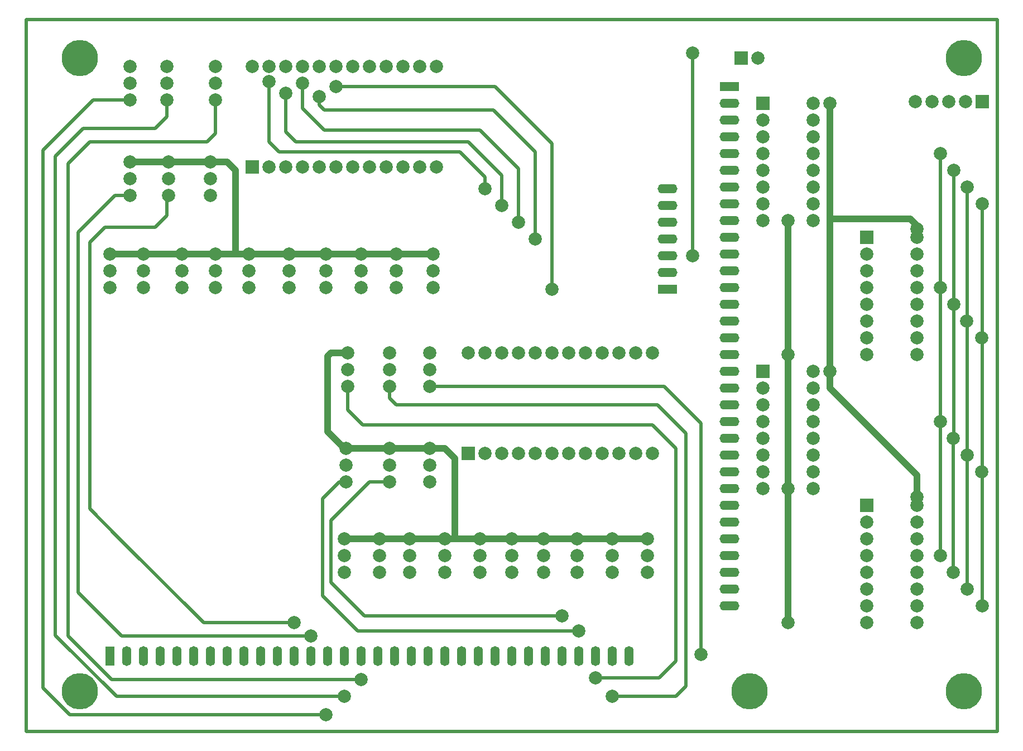
<source format=gtl>
%FSTAX23Y23*%
%MOIN*%
%SFA1B1*%

%IPPOS*%
%ADD10C,0.019690*%
%ADD11C,0.039370*%
%ADD12C,0.216540*%
%ADD13C,0.078740*%
%ADD14R,0.078740X0.078740*%
%ADD15R,0.078740X0.078740*%
%ADD16R,0.118110X0.055120*%
%ADD17O,0.118110X0.055120*%
%ADD18R,0.055120X0.118110*%
%ADD19O,0.055120X0.118110*%
%ADD20C,0.078740*%
%LNqudong-1*%
%LPD*%
G54D10*
X0005Y0005D02*
X0585D01*
Y043*
X0005D02*
X0585D01*
X0005Y0005D02*
Y043D01*
X0031Y0015D02*
X0184D01*
X0015Y0031D02*
X0031Y0015D01*
X0015Y0031D02*
Y0352D01*
X0059Y0026D02*
X0195D01*
X00225Y00625D02*
X0059Y0026D01*
X00225Y00625D02*
Y03485D01*
X0056Y0036D02*
X0205D01*
X003Y0062D02*
X0056Y0036D01*
X003Y0062D02*
Y0344D01*
X0043Y0138D02*
Y0297D01*
Y0138D02*
X00605Y01205D01*
X0111Y007*
X0015Y0352D02*
X0045Y0382D01*
X00225Y03485D02*
X0039Y0365D01*
X003Y0344D02*
X0043Y0357D01*
X05589Y01D02*
Y01809D01*
X0551Y027D02*
Y035D01*
Y011D02*
Y0269D01*
X0279Y0329D02*
Y0336D01*
X0264Y0351D02*
X0279Y0336D01*
X0156Y0351D02*
X0264D01*
X015Y0357D02*
X0156Y0351D01*
X015Y0357D02*
Y0393D01*
X0166Y0357D02*
X0269D01*
X016Y0363D02*
Y0383D01*
Y0363D02*
X0166Y0357D01*
X0269D02*
X0289Y0337D01*
Y0319D02*
Y0337D01*
X0299Y0309D02*
Y0341D01*
X0276Y0364D02*
X0299Y0341D01*
X0183Y0364D02*
X0276D01*
X017Y0377D02*
X0183Y0364D01*
X017Y0377D02*
Y0392D01*
X0309Y0299D02*
Y0351D01*
X0284Y0376D02*
X0309Y0351D01*
X0183Y0376D02*
X0284D01*
X018Y0379D02*
X0183Y0376D01*
X018Y0379D02*
Y0384D01*
X0319Y0269D02*
Y0356D01*
X0285Y039D02*
X0319Y0356D01*
X019Y039D02*
X0285D01*
X0197Y0197D02*
Y0211D01*
Y0197D02*
X0206Y0188D01*
X0379*
X0393Y0174*
Y0047D02*
Y0174D01*
X0383Y0037D02*
X0393Y0047D01*
X0345Y0037D02*
X0383D01*
X0382Y02D02*
X0399Y0183D01*
X0355Y0026D02*
X0393D01*
X0399Y0032*
Y0183*
X0226Y02D02*
X0382D01*
X0222Y0204D02*
X0226Y02D01*
X0222Y0204D02*
Y0211D01*
X0408Y0051D02*
Y0189D01*
X0386Y0211D02*
X0408Y0189D01*
X0246Y0211D02*
X0386D01*
X0045Y0382D02*
X0067D01*
X0089Y0372D02*
Y0382D01*
X0082Y0365D02*
X0089Y0372D01*
X0039Y0365D02*
X0082D01*
X0043Y0357D02*
X0113D01*
X0118Y0362*
Y0382*
X0089Y0323D02*
X009Y0324D01*
X0089Y0313D02*
Y0323D01*
X0082Y0306D02*
X0089Y0313D01*
X0052Y0306D02*
X0082D01*
X0043Y0297D02*
X0052Y0306D01*
X0036Y0303D02*
X0058Y0325D01*
X0036Y0088D02*
X0062Y0062D01*
X0036Y0088D02*
Y0303D01*
X0111Y007D02*
X0165D01*
X0062Y0062D02*
X0175D01*
X0058Y0325D02*
X0067D01*
X0187Y0094D02*
Y0131D01*
Y0094D02*
X0207Y0074D01*
X0182Y0086D02*
X0203Y0065D01*
X0335*
X0182Y0086D02*
Y0144D01*
X0192Y0154*
X0196*
X0187Y0131D02*
X021Y0154D01*
X0207Y0074D02*
X0325D01*
X021Y0154D02*
X0222D01*
X0403Y0289D02*
Y041D01*
X0576Y008D02*
Y032D01*
X0559Y018D02*
Y034D01*
X0567Y009D02*
Y033D01*
G54D11*
X046Y007D02*
Y031D01*
X0195Y0174D02*
X0255D01*
X0187Y0231D02*
X0197D01*
X0185Y0229D02*
X0187Y0231D01*
X0185Y0184D02*
Y0229D01*
Y0184D02*
X0195Y0174D01*
Y012D02*
X0376D01*
X0261Y0121D02*
Y0168D01*
X0255Y0174D02*
X0261Y0168D01*
X0055Y029D02*
X0248D01*
X0067Y0345D02*
X0125D01*
X013Y029D02*
Y034D01*
X0125Y0345D02*
X013Y034D01*
X0537Y0145D02*
Y0158D01*
X0485Y021D02*
X0537Y0158D01*
X0533Y0311D02*
X0537Y0307D01*
Y0305D02*
Y0307D01*
X0485Y0311D02*
X0533D01*
X0485Y021D02*
Y038D01*
G54D12*
X0565Y0029D03*
Y0407D03*
X0437Y0029D03*
X0037D03*
Y0407D03*
G54D13*
X0118Y029D03*
Y027D03*
Y028D03*
X0222Y0221D03*
Y0211D03*
Y0231D03*
X0246Y0164D03*
Y0154D03*
Y0174D03*
X0067Y0335D03*
Y0325D03*
Y0345D03*
X0216Y012D03*
Y01D03*
Y011D03*
X0355Y012D03*
Y01D03*
Y011D03*
X0246Y0231D03*
Y0211D03*
Y0221D03*
X0334Y011D03*
Y01D03*
Y012D03*
X0222Y0174D03*
Y0154D03*
Y0164D03*
X015Y0342D03*
X016D03*
X017D03*
X018D03*
X019D03*
X02D03*
X021D03*
X022D03*
X023D03*
X024D03*
X025D03*
Y0402D03*
X024D03*
X023D03*
X022D03*
X021D03*
X02D03*
X019D03*
X018D03*
X017D03*
X016D03*
X015D03*
X014D03*
X0089Y0392D03*
Y0382D03*
Y0402D03*
X0248Y028D03*
Y027D03*
Y029D03*
X0205Y028D03*
Y027D03*
Y029D03*
X0184D03*
Y027D03*
Y028D03*
X0075D03*
Y027D03*
Y029D03*
X0055Y027D03*
Y029D03*
Y028D03*
X0098Y029D03*
Y027D03*
Y028D03*
X0269Y0231D03*
X0279D03*
X0289D03*
X0299D03*
X0309D03*
X0319D03*
X0329D03*
X0339D03*
X0349D03*
X0359D03*
X0369D03*
X0379D03*
Y0171D03*
X0369D03*
X0359D03*
X0349D03*
X0339D03*
X0329D03*
X0319D03*
X0309D03*
X0299D03*
X0289D03*
X0279D03*
X0195Y011D03*
Y012D03*
Y01D03*
X0115Y0335D03*
Y0345D03*
Y0325D03*
X04752Y038D03*
X04452Y037D03*
Y036D03*
Y035D03*
Y034D03*
Y033D03*
Y032D03*
Y031D03*
X04752D03*
Y032D03*
Y033D03*
Y034D03*
Y035D03*
Y036D03*
Y037D03*
X05072Y029D03*
Y028D03*
Y027D03*
Y026D03*
Y025D03*
Y024D03*
Y023D03*
X05372D03*
Y024D03*
Y025D03*
Y026D03*
Y027D03*
Y028D03*
Y029D03*
Y03D03*
X04452Y021D03*
Y02D03*
Y019D03*
Y018D03*
Y017D03*
Y016D03*
Y015D03*
X04752D03*
Y016D03*
Y017D03*
Y018D03*
Y019D03*
Y02D03*
Y021D03*
Y022D03*
X05072Y013D03*
Y012D03*
Y011D03*
Y01D03*
Y009D03*
Y008D03*
Y007D03*
X05372D03*
Y008D03*
Y009D03*
Y01D03*
Y011D03*
Y012D03*
Y013D03*
Y014D03*
X0138Y029D03*
Y027D03*
Y028D03*
X0162D03*
Y027D03*
Y029D03*
X0226D03*
Y027D03*
Y028D03*
X009Y0345D03*
Y0325D03*
Y0335D03*
X0067Y0402D03*
Y0382D03*
Y0392D03*
X0118Y0402D03*
Y0382D03*
Y0392D03*
X0234Y012D03*
Y01D03*
Y011D03*
X0255D03*
Y01D03*
Y012D03*
X0276D03*
Y01D03*
Y011D03*
X0295D03*
Y01D03*
Y012D03*
X0314D03*
Y01D03*
Y011D03*
X0376D03*
Y01D03*
Y012D03*
X0196Y0164D03*
Y0154D03*
Y0174D03*
X0197Y0231D03*
Y0211D03*
Y0221D03*
X0566Y0381D03*
X0556D03*
X0546D03*
X0536D03*
X0442Y0407D03*
X0551Y035D03*
X046Y007D03*
X046Y023D03*
X046Y015D03*
Y031D03*
X0537Y0145D03*
Y0305D03*
X0485Y022D03*
Y038D03*
X05759Y016D03*
Y024D03*
X05669Y025D03*
X05589Y01D03*
X0567Y009D03*
X0576Y008D03*
Y032D03*
X0567Y033D03*
Y017D03*
X05589Y018D03*
X0559Y026D03*
Y034D03*
X0551Y027D03*
Y011D03*
Y019D03*
X0289Y0319D03*
X0279Y0329D03*
X015Y0393D03*
X016Y0386D03*
X0299Y0309D03*
X017Y0392D03*
X018Y0384D03*
X0319Y0269D03*
X019Y039D03*
X0345Y0037D03*
X0355Y0026D03*
X0408Y0051D03*
X0184Y0015D03*
X0195Y0026D03*
X0205Y0036D03*
X0309Y0299D03*
X0403Y041D03*
Y0289D03*
G54D14*
X014Y0342D03*
X0269Y0171D03*
G54D15*
X04452Y038D03*
X05072Y03D03*
X04452Y022D03*
X05072Y014D03*
X0576Y0381D03*
X0432Y0407D03*
G54D16*
X0425Y039D03*
X0388Y0269D03*
G54D17*
X0425Y038D03*
Y037D03*
Y036D03*
Y035D03*
Y034D03*
Y033D03*
Y032D03*
Y031D03*
Y03D03*
Y029D03*
Y028D03*
Y027D03*
Y026D03*
Y025D03*
Y024D03*
Y023D03*
Y022D03*
Y021D03*
Y02D03*
Y019D03*
Y018D03*
Y017D03*
Y016D03*
Y015D03*
Y014D03*
Y013D03*
Y012D03*
Y011D03*
Y01D03*
Y009D03*
Y008D03*
X0388Y0329D03*
Y0319D03*
Y0309D03*
Y0299D03*
Y0289D03*
Y0279D03*
G54D18*
X0055Y005D03*
G54D19*
X0065Y005D03*
X0075D03*
X0085D03*
X0095D03*
X0105D03*
X0115D03*
X0125D03*
X0135D03*
X0145D03*
X0155D03*
X0165D03*
X0175D03*
X0185D03*
X0195D03*
X0205D03*
X0215D03*
X0225D03*
X0235D03*
X0245D03*
X0255D03*
X0265D03*
X0275D03*
X0285D03*
X0295D03*
X0305D03*
X0315D03*
X0325D03*
X0335D03*
X0345D03*
X0355D03*
X0365D03*
G54D20*
X0175Y0062D03*
X0165Y007D03*
X0335Y0065D03*
X0325Y0074D03*
M02*
</source>
